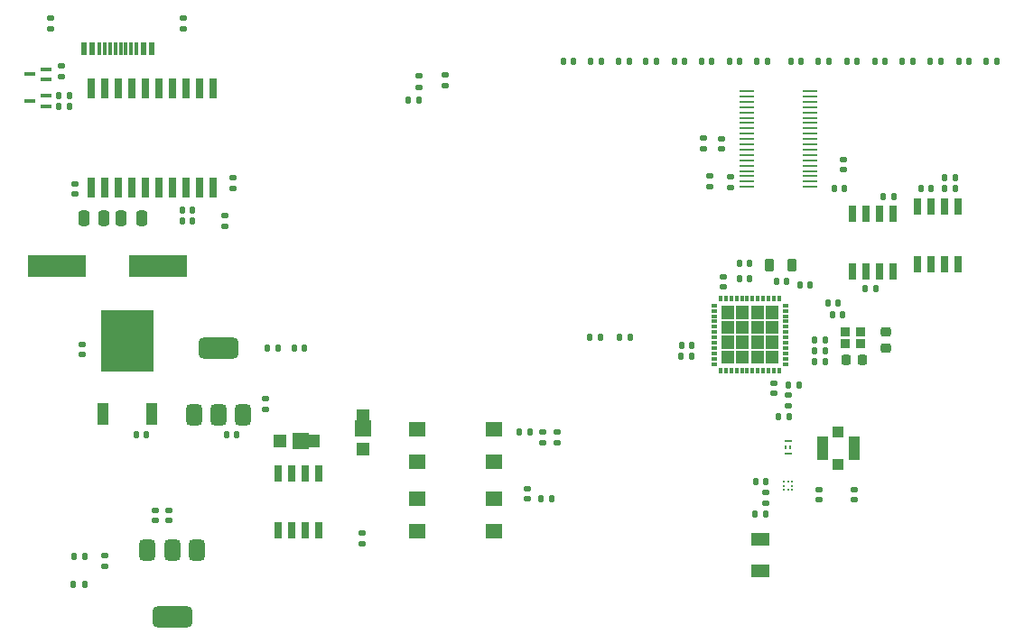
<source format=gtp>
%TF.GenerationSoftware,KiCad,Pcbnew,9.0.0-rc3*%
%TF.CreationDate,2025-05-17T15:27:16+02:00*%
%TF.ProjectId,Processing_board,50726f63-6573-4736-996e-675f626f6172,rev?*%
%TF.SameCoordinates,Original*%
%TF.FileFunction,Paste,Top*%
%TF.FilePolarity,Positive*%
%FSLAX46Y46*%
G04 Gerber Fmt 4.6, Leading zero omitted, Abs format (unit mm)*
G04 Created by KiCad (PCBNEW 9.0.0-rc3) date 2025-05-17 15:27:16*
%MOMM*%
%LPD*%
G01*
G04 APERTURE LIST*
G04 Aperture macros list*
%AMRoundRect*
0 Rectangle with rounded corners*
0 $1 Rounding radius*
0 $2 $3 $4 $5 $6 $7 $8 $9 X,Y pos of 4 corners*
0 Add a 4 corners polygon primitive as box body*
4,1,4,$2,$3,$4,$5,$6,$7,$8,$9,$2,$3,0*
0 Add four circle primitives for the rounded corners*
1,1,$1+$1,$2,$3*
1,1,$1+$1,$4,$5*
1,1,$1+$1,$6,$7*
1,1,$1+$1,$8,$9*
0 Add four rect primitives between the rounded corners*
20,1,$1+$1,$2,$3,$4,$5,0*
20,1,$1+$1,$4,$5,$6,$7,0*
20,1,$1+$1,$6,$7,$8,$9,0*
20,1,$1+$1,$8,$9,$2,$3,0*%
G04 Aperture macros list end*
%ADD10C,0.000000*%
%ADD11RoundRect,0.140000X-0.140000X-0.170000X0.140000X-0.170000X0.140000X0.170000X-0.140000X0.170000X0*%
%ADD12R,0.650000X1.528000*%
%ADD13RoundRect,0.140000X0.140000X0.170000X-0.140000X0.170000X-0.140000X-0.170000X0.140000X-0.170000X0*%
%ADD14RoundRect,0.140000X0.170000X-0.140000X0.170000X0.140000X-0.170000X0.140000X-0.170000X-0.140000X0*%
%ADD15RoundRect,0.135000X0.135000X0.185000X-0.135000X0.185000X-0.135000X-0.185000X0.135000X-0.185000X0*%
%ADD16RoundRect,0.135000X0.185000X-0.135000X0.185000X0.135000X-0.185000X0.135000X-0.185000X-0.135000X0*%
%ADD17RoundRect,0.147500X-0.172500X0.147500X-0.172500X-0.147500X0.172500X-0.147500X0.172500X0.147500X0*%
%ADD18RoundRect,0.135000X-0.135000X-0.185000X0.135000X-0.185000X0.135000X0.185000X-0.135000X0.185000X0*%
%ADD19RoundRect,0.375000X-0.375000X0.625000X-0.375000X-0.625000X0.375000X-0.625000X0.375000X0.625000X0*%
%ADD20RoundRect,0.500000X-1.400000X0.500000X-1.400000X-0.500000X1.400000X-0.500000X1.400000X0.500000X0*%
%ADD21R,1.000000X0.400000*%
%ADD22RoundRect,0.225000X0.225000X0.250000X-0.225000X0.250000X-0.225000X-0.250000X0.225000X-0.250000X0*%
%ADD23R,1.404099X0.279400*%
%ADD24R,1.000000X2.100000*%
%ADD25R,4.900000X5.850000*%
%ADD26RoundRect,0.140000X-0.170000X0.140000X-0.170000X-0.140000X0.170000X-0.140000X0.170000X0.140000X0*%
%ADD27R,0.600000X1.150000*%
%ADD28R,0.300000X1.150000*%
%ADD29R,0.300000X0.550000*%
%ADD30R,0.550000X0.300000*%
%ADD31R,0.700000X0.275000*%
%ADD32R,0.245000X0.450000*%
%ADD33R,0.650000X1.525000*%
%ADD34RoundRect,0.135000X-0.185000X0.135000X-0.185000X-0.135000X0.185000X-0.135000X0.185000X0.135000X0*%
%ADD35R,1.600000X1.400000*%
%ADD36R,1.000000X1.050000*%
%ADD37R,1.050000X2.200000*%
%ADD38RoundRect,0.218750X0.218750X0.381250X-0.218750X0.381250X-0.218750X-0.381250X0.218750X-0.381250X0*%
%ADD39R,1.200000X1.000000*%
%ADD40R,1.200000X1.150000*%
%ADD41R,1.500000X1.550000*%
%ADD42R,0.250000X0.250000*%
%ADD43RoundRect,0.375000X0.375000X-0.625000X0.375000X0.625000X-0.375000X0.625000X-0.375000X-0.625000X0*%
%ADD44RoundRect,0.500000X1.400000X-0.500000X1.400000X0.500000X-1.400000X0.500000X-1.400000X-0.500000X0*%
%ADD45RoundRect,0.147500X-0.147500X-0.172500X0.147500X-0.172500X0.147500X0.172500X-0.147500X0.172500X0*%
%ADD46R,1.800000X1.150000*%
%ADD47RoundRect,0.250000X0.250000X0.475000X-0.250000X0.475000X-0.250000X-0.475000X0.250000X-0.475000X0*%
%ADD48RoundRect,0.250000X-0.250000X-0.475000X0.250000X-0.475000X0.250000X0.475000X-0.250000X0.475000X0*%
%ADD49RoundRect,0.147500X0.147500X0.172500X-0.147500X0.172500X-0.147500X-0.172500X0.147500X-0.172500X0*%
%ADD50R,0.889000X0.812800*%
%ADD51R,1.000000X1.200000*%
%ADD52R,1.150000X1.200000*%
%ADD53R,1.550000X1.500000*%
%ADD54RoundRect,0.225000X-0.250000X0.225000X-0.250000X-0.225000X0.250000X-0.225000X0.250000X0.225000X0*%
%ADD55R,5.500000X2.000000*%
%ADD56R,0.650000X1.850000*%
G04 APERTURE END LIST*
D10*
%TO.C,U1*%
G36*
X148500000Y-98500000D02*
G01*
X147300000Y-98500000D01*
X147300000Y-97300000D01*
X148500000Y-97300000D01*
X148500000Y-98500000D01*
G37*
G36*
X148500000Y-99900000D02*
G01*
X147300000Y-99900000D01*
X147300000Y-98700000D01*
X148500000Y-98700000D01*
X148500000Y-99900000D01*
G37*
G36*
X148500000Y-101300000D02*
G01*
X147300000Y-101300000D01*
X147300000Y-100100000D01*
X148500000Y-100100000D01*
X148500000Y-101300000D01*
G37*
G36*
X148500000Y-102700000D02*
G01*
X147300000Y-102700000D01*
X147300000Y-101500000D01*
X148500000Y-101500000D01*
X148500000Y-102700000D01*
G37*
G36*
X149900000Y-98500000D02*
G01*
X148700000Y-98500000D01*
X148700000Y-97300000D01*
X149900000Y-97300000D01*
X149900000Y-98500000D01*
G37*
G36*
X149900000Y-99900000D02*
G01*
X148700000Y-99900000D01*
X148700000Y-98700000D01*
X149900000Y-98700000D01*
X149900000Y-99900000D01*
G37*
G36*
X149900000Y-101300000D02*
G01*
X148700000Y-101300000D01*
X148700000Y-100100000D01*
X149900000Y-100100000D01*
X149900000Y-101300000D01*
G37*
G36*
X149900000Y-102700000D02*
G01*
X148700000Y-102700000D01*
X148700000Y-101500000D01*
X149900000Y-101500000D01*
X149900000Y-102700000D01*
G37*
G36*
X151300000Y-98500000D02*
G01*
X150100000Y-98500000D01*
X150100000Y-97300000D01*
X151300000Y-97300000D01*
X151300000Y-98500000D01*
G37*
G36*
X151300000Y-99900000D02*
G01*
X150100000Y-99900000D01*
X150100000Y-98700000D01*
X151300000Y-98700000D01*
X151300000Y-99900000D01*
G37*
G36*
X151300000Y-101300000D02*
G01*
X150100000Y-101300000D01*
X150100000Y-100100000D01*
X151300000Y-100100000D01*
X151300000Y-101300000D01*
G37*
G36*
X151300000Y-102700000D02*
G01*
X150100000Y-102700000D01*
X150100000Y-101500000D01*
X151300000Y-101500000D01*
X151300000Y-102700000D01*
G37*
G36*
X152700000Y-98500000D02*
G01*
X151500000Y-98500000D01*
X151500000Y-97300000D01*
X152700000Y-97300000D01*
X152700000Y-98500000D01*
G37*
G36*
X152700000Y-99900000D02*
G01*
X151500000Y-99900000D01*
X151500000Y-98700000D01*
X152700000Y-98700000D01*
X152700000Y-99900000D01*
G37*
G36*
X152700000Y-101300000D02*
G01*
X151500000Y-101300000D01*
X151500000Y-100100000D01*
X152700000Y-100100000D01*
X152700000Y-101300000D01*
G37*
G36*
X152700000Y-102700000D02*
G01*
X151500000Y-102700000D01*
X151500000Y-101500000D01*
X152700000Y-101500000D01*
X152700000Y-102700000D01*
G37*
%TD*%
D11*
%TO.C,C26*%
X135100017Y-74319503D03*
X136060017Y-74319503D03*
%TD*%
D12*
%TO.C,U2*%
X165720000Y-93352000D03*
X166990000Y-93352000D03*
X168260000Y-93352000D03*
X169530000Y-93352000D03*
X169530000Y-87930000D03*
X168260000Y-87930000D03*
X166990000Y-87930000D03*
X165720000Y-87930000D03*
%TD*%
D13*
%TO.C,C57*%
X166980000Y-86250000D03*
X166020000Y-86250000D03*
%TD*%
D14*
%TO.C,C2*%
X129150000Y-115400000D03*
X129150000Y-114440000D03*
%TD*%
D15*
%TO.C,R8*%
X129410000Y-109150000D03*
X128390000Y-109150000D03*
%TD*%
D13*
%TO.C,C16*%
X158865017Y-86250000D03*
X157905017Y-86250000D03*
%TD*%
%TO.C,C35*%
X153654651Y-107682842D03*
X152694651Y-107682842D03*
%TD*%
D16*
%TO.C,R16*%
X84400000Y-71250000D03*
X84400000Y-70230000D03*
%TD*%
D17*
%TO.C,L2*%
X151466003Y-114810842D03*
X151466003Y-115780842D03*
%TD*%
D18*
%TO.C,R11*%
X168240000Y-86250000D03*
X169260000Y-86250000D03*
%TD*%
D11*
%TO.C,C18*%
X150675017Y-74319503D03*
X151635017Y-74319503D03*
%TD*%
D19*
%TO.C,U5*%
X98133000Y-120197500D03*
X95833000Y-120197500D03*
D20*
X95833000Y-126497500D03*
D19*
X93533000Y-120197500D03*
%TD*%
D21*
%TO.C,Q3*%
X83980000Y-78550000D03*
X83980000Y-77550000D03*
X82480000Y-78050000D03*
%TD*%
D11*
%TO.C,C9*%
X162520000Y-87000000D03*
X163480000Y-87000000D03*
%TD*%
%TO.C,C25*%
X137720017Y-74319503D03*
X138680017Y-74319503D03*
%TD*%
%TO.C,C5*%
X153825017Y-74319503D03*
X154785017Y-74319503D03*
%TD*%
D13*
%TO.C,C43*%
X144530466Y-102000000D03*
X143570466Y-102000000D03*
%TD*%
D11*
%TO.C,C8*%
X159075017Y-74319503D03*
X160035017Y-74319503D03*
%TD*%
%TO.C,C34*%
X153625000Y-104698000D03*
X154585000Y-104698000D03*
%TD*%
D22*
%TO.C,C4*%
X160535000Y-102310000D03*
X158985000Y-102310000D03*
%TD*%
D11*
%TO.C,C15*%
X169575017Y-74319503D03*
X170535017Y-74319503D03*
%TD*%
D23*
%TO.C,U4*%
X155615017Y-86119501D03*
X155615017Y-85619502D03*
X155615017Y-85119503D03*
X155615017Y-84619501D03*
X155615017Y-84119502D03*
X155615017Y-83619503D03*
X155615017Y-83119502D03*
X155615017Y-82619503D03*
X155615017Y-82119501D03*
X155615017Y-81619502D03*
X155615017Y-81119503D03*
X155615017Y-80619501D03*
X155615017Y-80119502D03*
X155615017Y-79619501D03*
X155615017Y-79119502D03*
X155615017Y-78619503D03*
X155615017Y-78119501D03*
X155615017Y-77619502D03*
X155615017Y-77119501D03*
X149715121Y-77119503D03*
X149715121Y-77619502D03*
X149715121Y-78119501D03*
X149715121Y-78619503D03*
X149715121Y-79119502D03*
X149715121Y-79619503D03*
X149715121Y-80119502D03*
X149715121Y-80619501D03*
X149715121Y-81119503D03*
X149715121Y-81619502D03*
X149715121Y-82119504D03*
X149715121Y-82619503D03*
X149715121Y-83119502D03*
X149715121Y-83619503D03*
X149715121Y-84119502D03*
X149715121Y-84619501D03*
X149715121Y-85119503D03*
X149715121Y-85619502D03*
X149715121Y-86119503D03*
%TD*%
D24*
%TO.C,U7*%
X89335000Y-107395000D03*
X93895000Y-107395000D03*
D25*
X91615000Y-100595000D03*
%TD*%
D11*
%TO.C,C39*%
X150516003Y-116795842D03*
X151476003Y-116795842D03*
%TD*%
D26*
%TO.C,C29*%
X95488000Y-116467500D03*
X95488000Y-117427500D03*
%TD*%
D13*
%TO.C,C14*%
X169230000Y-85250000D03*
X168270000Y-85250000D03*
%TD*%
D27*
%TO.C,J11*%
X93950000Y-73152500D03*
X93150000Y-73152500D03*
D28*
X92000000Y-73152500D03*
X91000000Y-73152500D03*
X90500000Y-73152500D03*
X89500000Y-73152500D03*
D27*
X87550000Y-73152500D03*
X88350000Y-73152500D03*
D28*
X89000000Y-73152500D03*
X90000000Y-73152500D03*
X91500000Y-73152500D03*
X92500000Y-73152500D03*
%TD*%
D29*
%TO.C,U1*%
X152750693Y-96625000D03*
X152250567Y-96625000D03*
X151750441Y-96625000D03*
X151250315Y-96625000D03*
X150750189Y-96625000D03*
X150250063Y-96625000D03*
X149749937Y-96625000D03*
X149249811Y-96625000D03*
X148749685Y-96625000D03*
X148249559Y-96625000D03*
X147749433Y-96625000D03*
X147249307Y-96625000D03*
D30*
X146625000Y-97250000D03*
X146625000Y-97749999D03*
X146625000Y-98250001D03*
X146625000Y-98750000D03*
X146625000Y-99249999D03*
X146625000Y-99750000D03*
X146625000Y-100250000D03*
X146625000Y-100750001D03*
X146625000Y-101250000D03*
X146625000Y-101749999D03*
X146625000Y-102250001D03*
X146625000Y-102750000D03*
D29*
X147249307Y-103375000D03*
X147749433Y-103375000D03*
X148249559Y-103375000D03*
X148749685Y-103375000D03*
X149249811Y-103375000D03*
X149749937Y-103375000D03*
X150250063Y-103375000D03*
X150750189Y-103375000D03*
X151250315Y-103375000D03*
X151750441Y-103375000D03*
X152250567Y-103375000D03*
X152750693Y-103375000D03*
D30*
X153375000Y-102750000D03*
X153375000Y-102250001D03*
X153375000Y-101749999D03*
X153375000Y-101250000D03*
X153375000Y-100750001D03*
X153375000Y-100250000D03*
X153375000Y-99750000D03*
X153375000Y-99249999D03*
X153375000Y-98750000D03*
X153375000Y-98250001D03*
X153375000Y-97749999D03*
X153375000Y-97250000D03*
%TD*%
D26*
%TO.C,C45*%
X152250000Y-104540000D03*
X152250000Y-105500000D03*
%TD*%
D31*
%TO.C,FL1*%
X153574651Y-109963842D03*
D32*
X153347651Y-110575842D03*
D31*
X153574651Y-111188842D03*
D32*
X153801651Y-110575842D03*
%TD*%
D13*
%TO.C,C38*%
X151496003Y-113795842D03*
X150536003Y-113795842D03*
%TD*%
D33*
%TO.C,Q1*%
X105750000Y-118376000D03*
X107020000Y-118376000D03*
X108290000Y-118376000D03*
X109560000Y-118376000D03*
X109560000Y-113000000D03*
X108290000Y-113000000D03*
X107020000Y-113000000D03*
X105750000Y-113000000D03*
%TD*%
D13*
%TO.C,C46*%
X158690000Y-98110000D03*
X157730000Y-98110000D03*
%TD*%
D34*
%TO.C,R17*%
X85480000Y-74780000D03*
X85480000Y-75800000D03*
%TD*%
D14*
%TO.C,C21*%
X148157617Y-86145503D03*
X148157617Y-85185503D03*
%TD*%
D13*
%TO.C,C44*%
X149980000Y-94750000D03*
X149020000Y-94750000D03*
%TD*%
D35*
%TO.C,SW1*%
X118800000Y-111900000D03*
X126000000Y-111900000D03*
X118800000Y-108900000D03*
X126000000Y-108900000D03*
%TD*%
D34*
%TO.C,R22*%
X146200000Y-85090000D03*
X146200000Y-86110000D03*
%TD*%
D11*
%TO.C,C50*%
X143590466Y-101000000D03*
X144550466Y-101000000D03*
%TD*%
D16*
%TO.C,R9*%
X131900000Y-110130000D03*
X131900000Y-109110000D03*
%TD*%
D36*
%TO.C,J10*%
X158299651Y-112150842D03*
D37*
X159774651Y-110625842D03*
D36*
X158299651Y-109100842D03*
D37*
X156824651Y-110625842D03*
%TD*%
D14*
%TO.C,C1*%
X130600000Y-110105000D03*
X130600000Y-109145000D03*
%TD*%
D11*
%TO.C,C24*%
X140270017Y-74319503D03*
X141230017Y-74319503D03*
%TD*%
D34*
%TO.C,R3*%
X119000000Y-75723338D03*
X119000000Y-76743338D03*
%TD*%
D11*
%TO.C,C10*%
X161715017Y-74319503D03*
X162675017Y-74319503D03*
%TD*%
D38*
%TO.C,L3*%
X153962500Y-93450000D03*
X151837500Y-93450000D03*
%TD*%
D13*
%TO.C,C51*%
X157050000Y-100510000D03*
X156090000Y-100510000D03*
%TD*%
%TO.C,C48*%
X157050000Y-102510000D03*
X156090000Y-102510000D03*
%TD*%
D14*
%TO.C,C12*%
X158750000Y-84480000D03*
X158750000Y-83520000D03*
%TD*%
D11*
%TO.C,C27*%
X132495000Y-74320000D03*
X133455000Y-74320000D03*
%TD*%
D34*
%TO.C,R12*%
X145665017Y-81534503D03*
X145665017Y-82554503D03*
%TD*%
D39*
%TO.C,D3*%
X113695000Y-107545000D03*
D40*
X113695000Y-110719000D03*
D41*
X113695000Y-108795000D03*
%TD*%
D13*
%TO.C,C47*%
X158280000Y-97010000D03*
X157320000Y-97010000D03*
%TD*%
D34*
%TO.C,R13*%
X113645000Y-118625000D03*
X113645000Y-119645000D03*
%TD*%
D26*
%TO.C,C36*%
X156500000Y-114520000D03*
X156500000Y-115480000D03*
%TD*%
D11*
%TO.C,C22*%
X145490017Y-74319503D03*
X146450017Y-74319503D03*
%TD*%
D34*
%TO.C,R4*%
X121410688Y-75578338D03*
X121410688Y-76598338D03*
%TD*%
D21*
%TO.C,Q2*%
X83980000Y-76050000D03*
X83980000Y-75050000D03*
X82480000Y-75550000D03*
%TD*%
D15*
%TO.C,R18*%
X86250000Y-77550000D03*
X85230000Y-77550000D03*
%TD*%
D34*
%TO.C,R21*%
X101500000Y-85250000D03*
X101500000Y-86270000D03*
%TD*%
D13*
%TO.C,C32*%
X93425000Y-109350000D03*
X92465000Y-109350000D03*
%TD*%
D11*
%TO.C,C11*%
X164315017Y-74319503D03*
X165275017Y-74319503D03*
%TD*%
D13*
%TO.C,C52*%
X153460000Y-95000000D03*
X152500000Y-95000000D03*
%TD*%
D15*
%TO.C,R14*%
X105770000Y-101250000D03*
X104750000Y-101250000D03*
%TD*%
D42*
%TO.C,U8*%
X153174651Y-114575842D03*
X153574651Y-114575842D03*
X153974651Y-114575842D03*
X153974651Y-114175842D03*
X153974651Y-113775842D03*
X153574651Y-113775842D03*
X153174651Y-113775842D03*
X153174651Y-114175842D03*
%TD*%
D43*
%TO.C,U6*%
X97895000Y-107545000D03*
X100195000Y-107545000D03*
D44*
X100195000Y-101245000D03*
D43*
X102495000Y-107545000D03*
%TD*%
D11*
%TO.C,C20*%
X148070017Y-74319503D03*
X149030017Y-74319503D03*
%TD*%
%TO.C,C6*%
X160838000Y-95673000D03*
X161798000Y-95673000D03*
%TD*%
D26*
%TO.C,C40*%
X147500000Y-94520000D03*
X147500000Y-95480000D03*
%TD*%
D11*
%TO.C,C31*%
X100905000Y-109375000D03*
X101865000Y-109375000D03*
%TD*%
D26*
%TO.C,C19*%
X147318066Y-81569502D03*
X147318066Y-82529502D03*
%TD*%
D17*
%TO.C,L1*%
X153604651Y-105682842D03*
X153604651Y-106652842D03*
%TD*%
D11*
%TO.C,C17*%
X172175017Y-74319503D03*
X173135017Y-74319503D03*
%TD*%
D14*
%TO.C,C30*%
X104595000Y-106980000D03*
X104595000Y-106020000D03*
%TD*%
D13*
%TO.C,C42*%
X157050000Y-101510000D03*
X156090000Y-101510000D03*
%TD*%
D11*
%TO.C,C13*%
X166925017Y-74319503D03*
X167885017Y-74319503D03*
%TD*%
D45*
%TO.C,D5*%
X96780000Y-88300000D03*
X97750000Y-88300000D03*
%TD*%
D11*
%TO.C,C23*%
X142900017Y-74319503D03*
X143860017Y-74319503D03*
%TD*%
D45*
%TO.C,D6*%
X96780000Y-89300000D03*
X97750000Y-89300000D03*
%TD*%
D15*
%TO.C,R6*%
X119010000Y-78000000D03*
X117990000Y-78000000D03*
%TD*%
D18*
%TO.C,R2*%
X86590000Y-123400000D03*
X87610000Y-123400000D03*
%TD*%
D16*
%TO.C,R15*%
X96900000Y-71250000D03*
X96900000Y-70230000D03*
%TD*%
D18*
%TO.C,R7*%
X134980000Y-100250000D03*
X136000000Y-100250000D03*
%TD*%
D11*
%TO.C,C7*%
X156420017Y-74319503D03*
X157380017Y-74319503D03*
%TD*%
D46*
%TO.C,AE2*%
X150950000Y-119174584D03*
X150950000Y-122174584D03*
%TD*%
D18*
%TO.C,R10*%
X130380000Y-115400000D03*
X131400000Y-115400000D03*
%TD*%
D35*
%TO.C,SW2*%
X126000000Y-115400000D03*
X118800000Y-115400000D03*
X126000000Y-118400000D03*
X118800000Y-118400000D03*
%TD*%
D34*
%TO.C,R20*%
X100750000Y-88790000D03*
X100750000Y-89810000D03*
%TD*%
D12*
%TO.C,U3*%
X159608000Y-94063000D03*
X160878000Y-94063000D03*
X162148000Y-94063000D03*
X163418000Y-94063000D03*
X163418000Y-88641000D03*
X162148000Y-88641000D03*
X160878000Y-88641000D03*
X159608000Y-88641000D03*
%TD*%
D47*
%TO.C,C54*%
X92950000Y-89040000D03*
X91050000Y-89040000D03*
%TD*%
D48*
%TO.C,C53*%
X87550000Y-89040000D03*
X89450000Y-89040000D03*
%TD*%
D49*
%TO.C,D4*%
X108235000Y-101250000D03*
X107265000Y-101250000D03*
%TD*%
D34*
%TO.C,R5*%
X89500000Y-120740000D03*
X89500000Y-121760000D03*
%TD*%
D26*
%TO.C,C55*%
X86750000Y-85800000D03*
X86750000Y-86760000D03*
%TD*%
D50*
%TO.C,XTAL1*%
X160360001Y-99700501D03*
X158959999Y-99700501D03*
X158959999Y-100800499D03*
X160360001Y-100800499D03*
%TD*%
D51*
%TO.C,D2*%
X109119000Y-109951000D03*
D52*
X105945000Y-109951000D03*
D53*
X107869000Y-109951000D03*
%TD*%
D45*
%TO.C,D1*%
X137780000Y-100250000D03*
X138750000Y-100250000D03*
%TD*%
D26*
%TO.C,C37*%
X159750000Y-114520000D03*
X159750000Y-115480000D03*
%TD*%
D54*
%TO.C,C3*%
X162750000Y-99700000D03*
X162750000Y-101250000D03*
%TD*%
D13*
%TO.C,C41*%
X149960000Y-93250000D03*
X149000000Y-93250000D03*
%TD*%
D18*
%TO.C,R1*%
X86600000Y-120800000D03*
X87620000Y-120800000D03*
%TD*%
D15*
%TO.C,R19*%
X86250000Y-78550000D03*
X85230000Y-78550000D03*
%TD*%
D26*
%TO.C,C33*%
X87395000Y-100895000D03*
X87395000Y-101855000D03*
%TD*%
D55*
%TO.C,XTAL2*%
X85000000Y-93540000D03*
X94500000Y-93540000D03*
%TD*%
D26*
%TO.C,C28*%
X94238000Y-116467500D03*
X94238000Y-117427500D03*
%TD*%
D13*
%TO.C,C49*%
X155680000Y-95300000D03*
X154720000Y-95300000D03*
%TD*%
D56*
%TO.C,U9*%
X88285000Y-86215000D03*
X89555000Y-86215000D03*
X90825000Y-86215000D03*
X92095000Y-86215000D03*
X93365000Y-86215000D03*
X94635000Y-86215000D03*
X95905000Y-86215000D03*
X97175000Y-86215000D03*
X98445000Y-86215000D03*
X99715000Y-86215000D03*
X99715000Y-76865000D03*
X98445000Y-76865000D03*
X97175000Y-76865000D03*
X95905000Y-76865000D03*
X94635000Y-76865000D03*
X93365000Y-76865000D03*
X92095000Y-76865000D03*
X90825000Y-76865000D03*
X89555000Y-76865000D03*
X88285000Y-76865000D03*
%TD*%
M02*

</source>
